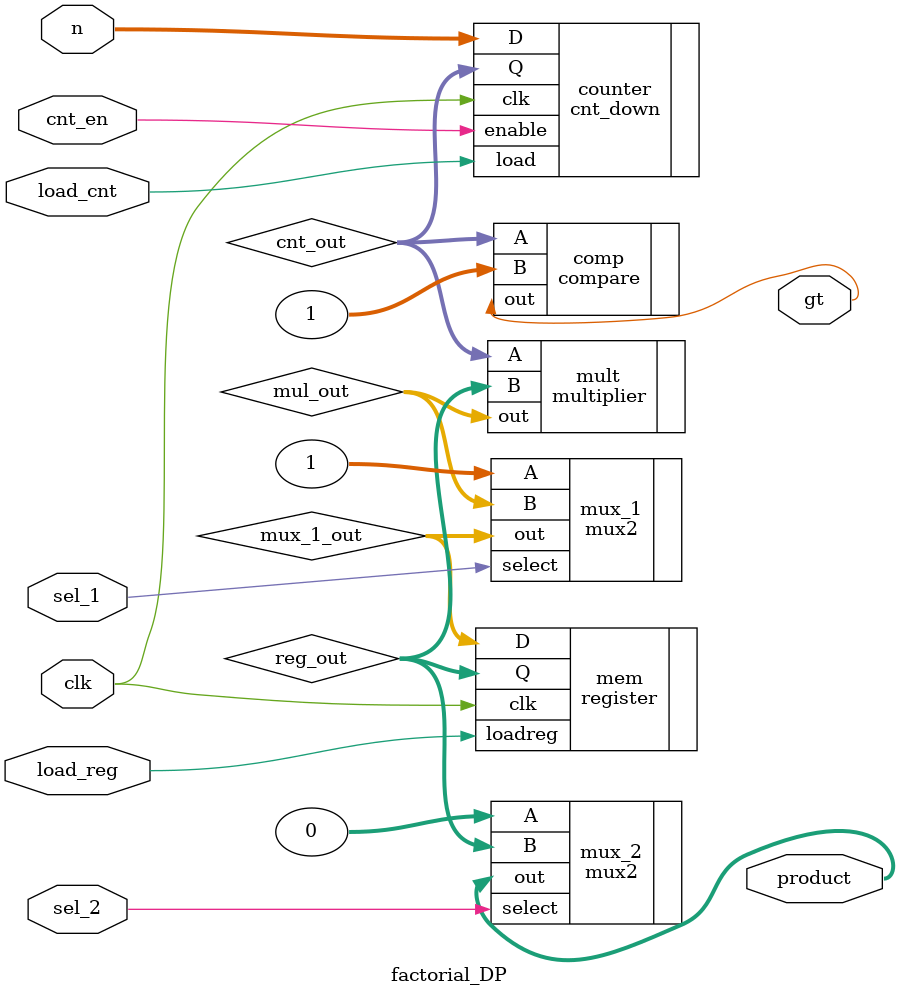
<source format=v>
`timescale 1ns / 1ps

module factorial_DP(
    // Data input for Data Path
    input wire [31:0] n,

    // Control signals
    input wire clk, load_cnt, load_reg, sel_1, sel_2, cnt_en,

    // Output data/control signal
    output wire gt,
    output wire [31:0] product
    );

    // Making interconnect wires
    wire [31:0] cnt_out, reg_out, mul_out, mux_1_out;

    // Initializing counter
    cnt_down counter(.load(load_cnt), .enable(cnt_en), .clk(clk), .D(n), .Q(cnt_out));

    // Initializing Register
    register mem(.loadreg(load_reg), .clk(clk), .D(mux_1_out), .Q(reg_out));

    // Initializing multiplier
    multiplier mult(.A(cnt_out), .B(reg_out), .out(mul_out));

    // Initializing Comparator
    compare comp(.A(cnt_out), .B(32'd1), .out(gt));

    // Initializing mux1
    mux2 mux_1(.A(32'd1), .B(mul_out), .select(sel_1), .out(mux_1_out));

    // Initializing mux2
    mux2 mux_2(.A(32'd0), .B(reg_out), .select(sel_2), .out(product));

endmodule
</source>
